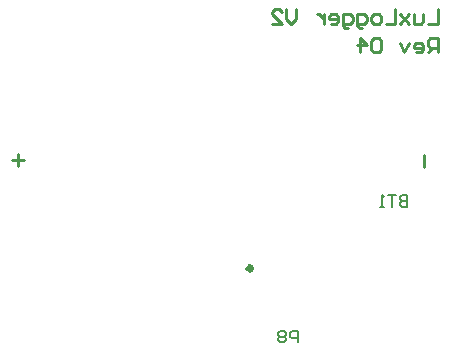
<source format=gbr>
%TF.GenerationSoftware,Altium Limited,Altium Designer,20.1.14 (287)*%
G04 Layer_Color=32896*
%FSLAX45Y45*%
%MOMM*%
%TF.SameCoordinates,D919A4BC-3EF6-4BA5-801F-EB9C9E4D33F9*%
%TF.FilePolarity,Positive*%
%TF.FileFunction,Legend,Bot*%
%TF.Part,Single*%
G01*
G75*
%TA.AperFunction,NonConductor*%
%ADD55C,0.20000*%
%ADD60C,0.40000*%
%ADD61C,0.25000*%
%ADD62C,0.25400*%
D55*
X2643306Y170016D02*
Y269984D01*
X2593322D01*
X2576661Y253323D01*
Y220000D01*
X2593322Y203339D01*
X2643306D01*
X2543339Y253323D02*
X2526677Y269984D01*
X2493355D01*
X2476694Y253323D01*
Y236661D01*
X2493355Y220000D01*
X2476694Y203339D01*
Y186678D01*
X2493355Y170016D01*
X2526677D01*
X2543339Y186678D01*
Y203339D01*
X2526677Y220000D01*
X2543339Y236661D01*
Y253323D01*
X2526677Y220000D02*
X2493355D01*
X3570000Y1419968D02*
Y1320000D01*
X3520016D01*
X3503355Y1336661D01*
Y1353322D01*
X3520016Y1369984D01*
X3570000D01*
X3520016D01*
X3503355Y1386645D01*
Y1403306D01*
X3520016Y1419968D01*
X3570000D01*
X3470032D02*
X3403387D01*
X3436710D01*
Y1320000D01*
X3370064D02*
X3336742D01*
X3353403D01*
Y1419968D01*
X3370064Y1403306D01*
D60*
X2252461Y796275D02*
G03*
X2252461Y796275I-17961J0D01*
G01*
D61*
X3825000Y2988900D02*
Y2868939D01*
X3745026D01*
X3705039Y2948913D02*
Y2888933D01*
X3685045Y2868939D01*
X3625065D01*
Y2948913D01*
X3585078D02*
X3505104Y2868939D01*
X3545091Y2908926D01*
X3505104Y2948913D01*
X3585078Y2868939D01*
X3465117Y2988900D02*
Y2868939D01*
X3385143D01*
X3325162D02*
X3285175D01*
X3265181Y2888933D01*
Y2928920D01*
X3285175Y2948913D01*
X3325162D01*
X3345156Y2928920D01*
Y2888933D01*
X3325162Y2868939D01*
X3185207Y2828952D02*
X3165214D01*
X3145220Y2848946D01*
Y2948913D01*
X3205201D01*
X3225194Y2928920D01*
Y2888933D01*
X3205201Y2868939D01*
X3145220D01*
X3065246Y2828952D02*
X3045253D01*
X3025259Y2848946D01*
Y2948913D01*
X3085240D01*
X3105233Y2928920D01*
Y2888933D01*
X3085240Y2868939D01*
X3025259D01*
X2925292D02*
X2965279D01*
X2985272Y2888933D01*
Y2928920D01*
X2965279Y2948913D01*
X2925292D01*
X2905298Y2928920D01*
Y2908926D01*
X2985272D01*
X2865311Y2948913D02*
Y2868939D01*
Y2908926D01*
X2845317Y2928920D01*
X2825324Y2948913D01*
X2805330D01*
X2625389Y2988900D02*
Y2908926D01*
X2585402Y2868939D01*
X2545415Y2908926D01*
Y2988900D01*
X2425453Y2868939D02*
X2505428D01*
X2425453Y2948913D01*
Y2968907D01*
X2445447Y2988900D01*
X2485434D01*
X2505428Y2968907D01*
X3825000Y2625000D02*
Y2744961D01*
X3765020D01*
X3745026Y2724967D01*
Y2684980D01*
X3765020Y2664987D01*
X3825000D01*
X3785013D02*
X3745026Y2625000D01*
X3645058D02*
X3685045D01*
X3705039Y2644993D01*
Y2684980D01*
X3685045Y2704974D01*
X3645058D01*
X3625065Y2684980D01*
Y2664987D01*
X3705039D01*
X3585078Y2704974D02*
X3545091Y2625000D01*
X3505104Y2704974D01*
X3345156Y2724967D02*
X3325162Y2744961D01*
X3285175D01*
X3265181Y2724967D01*
Y2644993D01*
X3285175Y2625000D01*
X3325162D01*
X3345156Y2644993D01*
Y2724967D01*
X3165214Y2625000D02*
Y2744961D01*
X3225194Y2684980D01*
X3145220D01*
D62*
X223871Y1713825D02*
X325438D01*
X274654Y1663041D02*
Y1764608D01*
X3707695Y1760000D02*
Y1658433D01*
%TF.MD5,e0e321a250e84270364dad516b826971*%
M02*

</source>
